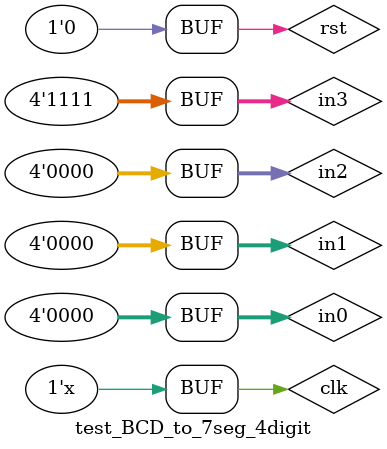
<source format=v>
`timescale 1ns / 1ps


module test_BCD_to_7seg_4digit;

	// Inputs
	reg [3:0] in3;
	reg [3:0] in2;
	reg [3:0] in1;
	reg [3:0] in0;
	reg clk = 0;
	reg rst;

	// Outputs
	wire [6:0] seg;
	wire [3:0] an;

	// Instantiate the Unit Under Test (UUT)
	BCD_to_7seg_4digit uut (
		.in3(in3), 
		.in2(in2), 
		.in1(in1), 
		.in0(in0), 
		.clk(clk), 
		.rst(rst), 
		.seg(seg), 
		.an(an)
	);
	
	always #10 clk = ~clk;

	initial begin
		// Initialize Inputs
		in3 = 0;
		in2 = 0;
		in1 = 0;
		in0 = 0;
		rst = 0;

		// Wait 100 ns for global reset to finish
		#100;
        
		in3 = 4'hF;
		
		#1000;

	end
      
endmodule


</source>
